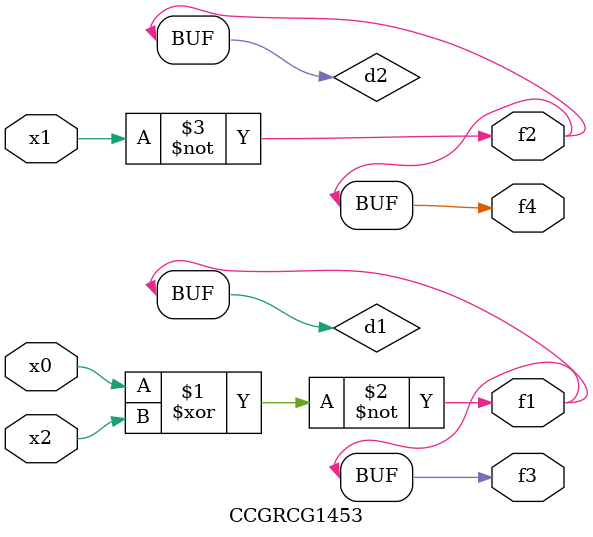
<source format=v>
module CCGRCG1453(
	input x0, x1, x2,
	output f1, f2, f3, f4
);

	wire d1, d2, d3;

	xnor (d1, x0, x2);
	nand (d2, x1);
	nor (d3, x1, x2);
	assign f1 = d1;
	assign f2 = d2;
	assign f3 = d1;
	assign f4 = d2;
endmodule

</source>
